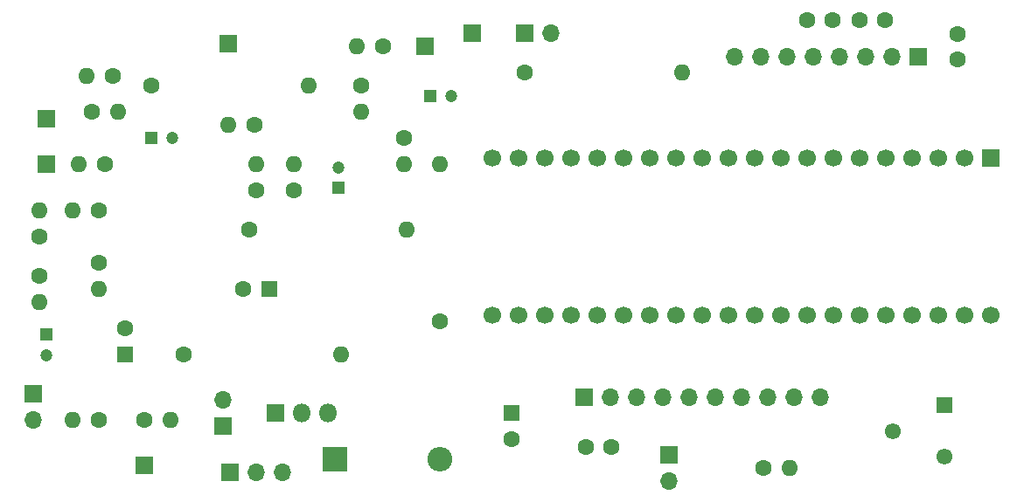
<source format=gts>
%TF.GenerationSoftware,KiCad,Pcbnew,(5.1.10)-1*%
%TF.CreationDate,2021-06-08T18:49:46-04:00*%
%TF.ProjectId,PSU_main,5053555f-6d61-4696-9e2e-6b696361645f,rev?*%
%TF.SameCoordinates,Original*%
%TF.FileFunction,Soldermask,Top*%
%TF.FilePolarity,Negative*%
%FSLAX46Y46*%
G04 Gerber Fmt 4.6, Leading zero omitted, Abs format (unit mm)*
G04 Created by KiCad (PCBNEW (5.1.10)-1) date 2021-06-08 18:49:46*
%MOMM*%
%LPD*%
G01*
G04 APERTURE LIST*
%ADD10C,1.700000*%
%ADD11R,1.700000X1.700000*%
%ADD12O,1.600000X1.600000*%
%ADD13C,1.600000*%
%ADD14O,1.700000X1.700000*%
%ADD15C,1.550000*%
%ADD16R,1.550000X1.550000*%
%ADD17C,1.200000*%
%ADD18R,1.200000X1.200000*%
%ADD19R,1.600000X1.600000*%
%ADD20R,2.400000X2.400000*%
%ADD21O,2.400000X2.400000*%
%ADD22R,1.800000X1.800000*%
%ADD23O,1.800000X1.800000*%
G04 APERTURE END LIST*
D10*
%TO.C,BP1*%
X179705000Y-106045000D03*
D11*
X179705000Y-90805000D03*
D10*
X177165000Y-106045000D03*
X177165000Y-90805000D03*
X174625000Y-106045000D03*
X174625000Y-90805000D03*
X172085000Y-106045000D03*
X172085000Y-90805000D03*
X169545000Y-106045000D03*
X169545000Y-90805000D03*
X167005000Y-106045000D03*
X167005000Y-90805000D03*
X164465000Y-106045000D03*
X164465000Y-90805000D03*
X161925000Y-106045000D03*
X161925000Y-90805000D03*
X159385000Y-106045000D03*
X159385000Y-90805000D03*
X156845000Y-106045000D03*
X156845000Y-90805000D03*
X154305000Y-106045000D03*
X154305000Y-90805000D03*
X151765000Y-106045000D03*
X151765000Y-90805000D03*
X149225000Y-106045000D03*
X149225000Y-90805000D03*
X146685000Y-106045000D03*
X146685000Y-90805000D03*
X144145000Y-106045000D03*
X144145000Y-90805000D03*
X141605000Y-106045000D03*
X141605000Y-90805000D03*
X139065000Y-106045000D03*
X139065000Y-90805000D03*
X136525000Y-106045000D03*
X136525000Y-90805000D03*
X133985000Y-106045000D03*
X133985000Y-90805000D03*
X131445000Y-106045000D03*
X131445000Y-90805000D03*
%TD*%
D12*
%TO.C,R13*%
X118745000Y-86360000D03*
D13*
X118745000Y-83820000D03*
%TD*%
D12*
%TO.C,R21*%
X100330000Y-116205000D03*
D13*
X97790000Y-116205000D03*
%TD*%
D11*
%TO.C,J10*%
X140335000Y-114046000D03*
D14*
X142875000Y-114046000D03*
X145415000Y-114046000D03*
X147955000Y-114046000D03*
X150495000Y-114046000D03*
X153035000Y-114046000D03*
X155575000Y-114046000D03*
X158115000Y-114046000D03*
X160655000Y-114046000D03*
X163195000Y-114046000D03*
%TD*%
D15*
%TO.C,RV1*%
X175260000Y-119808000D03*
D16*
X175260000Y-114808000D03*
D15*
X170260000Y-117308000D03*
%TD*%
D11*
%TO.C,J13*%
X97790000Y-120650000D03*
%TD*%
D13*
%TO.C,C5*%
X143002000Y-118872000D03*
X140502000Y-118872000D03*
%TD*%
D14*
%TO.C,J12*%
X148590000Y-122174000D03*
D11*
X148590000Y-119634000D03*
%TD*%
D17*
%TO.C,C1*%
X116586000Y-91726000D03*
D18*
X116586000Y-93726000D03*
%TD*%
%TO.C,C2*%
X125476000Y-84836000D03*
D17*
X127476000Y-84836000D03*
%TD*%
D18*
%TO.C,C3*%
X88265000Y-107950000D03*
D17*
X88265000Y-109950000D03*
%TD*%
%TO.C,C4*%
X100425000Y-88900000D03*
D18*
X98425000Y-88900000D03*
%TD*%
D13*
%TO.C,C6*%
X95885000Y-107355000D03*
D19*
X95885000Y-109855000D03*
%TD*%
%TO.C,C7*%
X133350000Y-115570000D03*
D13*
X133350000Y-118070000D03*
%TD*%
D19*
%TO.C,C8*%
X109855000Y-103505000D03*
D13*
X107355000Y-103505000D03*
%TD*%
%TO.C,C9*%
X164425000Y-77470000D03*
X161925000Y-77470000D03*
%TD*%
%TO.C,C10*%
X169505000Y-77470000D03*
X167005000Y-77470000D03*
%TD*%
%TO.C,C11*%
X176530000Y-81280000D03*
X176530000Y-78780000D03*
%TD*%
D20*
%TO.C,D1*%
X116205000Y-120015000D03*
D21*
X126365000Y-120015000D03*
%TD*%
D11*
%TO.C,J1*%
X88265000Y-86995000D03*
%TD*%
%TO.C,J2*%
X88265000Y-91440000D03*
%TD*%
%TO.C,J4*%
X124968000Y-80010000D03*
%TD*%
%TO.C,J5*%
X105918000Y-79756000D03*
%TD*%
%TO.C,J6*%
X172720000Y-81026000D03*
D14*
X170180000Y-81026000D03*
X167640000Y-81026000D03*
X165100000Y-81026000D03*
X162560000Y-81026000D03*
X160020000Y-81026000D03*
X157480000Y-81026000D03*
X154940000Y-81026000D03*
%TD*%
%TO.C,J7*%
X105410000Y-114300000D03*
D11*
X105410000Y-116840000D03*
%TD*%
%TO.C,J8*%
X129540000Y-78740000D03*
%TD*%
D14*
%TO.C,J9*%
X137160000Y-78740000D03*
D11*
X134620000Y-78740000D03*
%TD*%
D14*
%TO.C,J11*%
X86995000Y-116205000D03*
D11*
X86995000Y-113665000D03*
%TD*%
%TO.C,J14*%
X106045000Y-121285000D03*
D14*
X108585000Y-121285000D03*
X111125000Y-121285000D03*
%TD*%
D22*
%TO.C,Q1*%
X110490000Y-115570000D03*
D23*
X113030000Y-115570000D03*
X115570000Y-115570000D03*
%TD*%
D13*
%TO.C,R2*%
X107950000Y-97790000D03*
D12*
X123190000Y-97790000D03*
%TD*%
%TO.C,R17*%
X126365000Y-91440000D03*
D13*
X126365000Y-106680000D03*
%TD*%
D12*
%TO.C,R18*%
X149860000Y-82550000D03*
D13*
X134620000Y-82550000D03*
%TD*%
%TO.C,R9*%
X93345000Y-100965000D03*
D12*
X93345000Y-103505000D03*
%TD*%
D13*
%TO.C,R1*%
X93345000Y-95885000D03*
D12*
X90805000Y-95885000D03*
%TD*%
D13*
%TO.C,R4*%
X93980000Y-91440000D03*
D12*
X91440000Y-91440000D03*
%TD*%
%TO.C,R3*%
X87630000Y-104775000D03*
D13*
X87630000Y-102235000D03*
%TD*%
%TO.C,R5*%
X87630000Y-98425000D03*
D12*
X87630000Y-95885000D03*
%TD*%
D13*
%TO.C,R11*%
X108585000Y-93980000D03*
D12*
X108585000Y-91440000D03*
%TD*%
%TO.C,R7*%
X112268000Y-91440000D03*
D13*
X112268000Y-93980000D03*
%TD*%
%TO.C,R16*%
X108458000Y-87630000D03*
D12*
X105918000Y-87630000D03*
%TD*%
D13*
%TO.C,R6*%
X94742000Y-82854800D03*
D12*
X92202000Y-82854800D03*
%TD*%
D13*
%TO.C,R10*%
X92710000Y-86360000D03*
D12*
X95250000Y-86360000D03*
%TD*%
D13*
%TO.C,R15*%
X98425000Y-83820000D03*
D12*
X113665000Y-83820000D03*
%TD*%
D13*
%TO.C,R14*%
X101600000Y-109855000D03*
D12*
X116840000Y-109855000D03*
%TD*%
D13*
%TO.C,R8*%
X122936000Y-88900000D03*
D12*
X122936000Y-91440000D03*
%TD*%
D13*
%TO.C,R12*%
X120904000Y-80010000D03*
D12*
X118364000Y-80010000D03*
%TD*%
D13*
%TO.C,R19*%
X157734000Y-120904000D03*
D12*
X160274000Y-120904000D03*
%TD*%
D13*
%TO.C,R20*%
X93345000Y-116205000D03*
D12*
X90805000Y-116205000D03*
%TD*%
M02*

</source>
